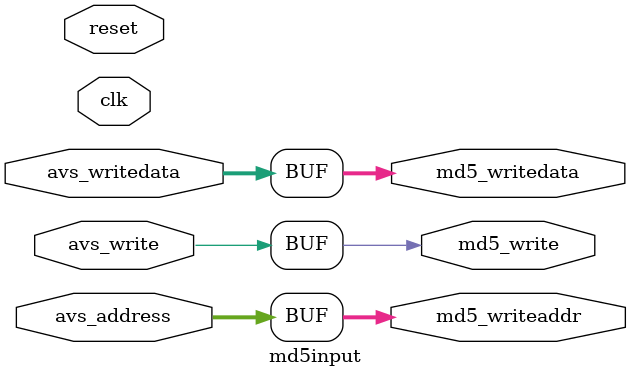
<source format=v>
module md5input (
    input clk,
    input reset,

    input        avs_write,
    input [31:0] avs_writedata,
    input [8:0]  avs_address,

    output        md5_write,
    output [31:0] md5_writedata,
    output [8:0]  md5_writeaddr
);

assign md5_write = avs_write;
assign md5_writedata = avs_writedata;
assign md5_writeaddr = avs_address;

endmodule

</source>
